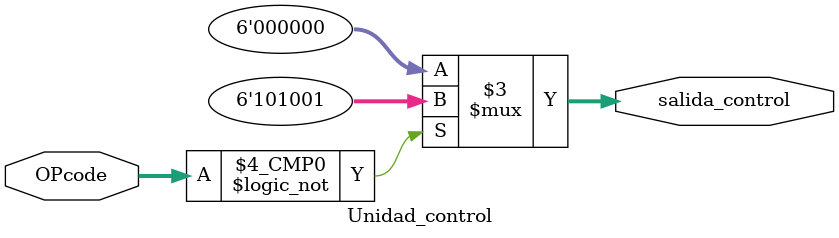
<source format=v>
module Unidad_control(
    input wire [5:0] OPcode,
    output reg [5:0] salida_control
);

always @(*) begin
    case (OPcode)
        6'b000000: salida_control = 6'b1_010_0_1;  // Instrucciones Tipo R
        default:   salida_control = 6'b0_000_0_0;  // Default seguro
    endcase
end

endmodule




</source>
